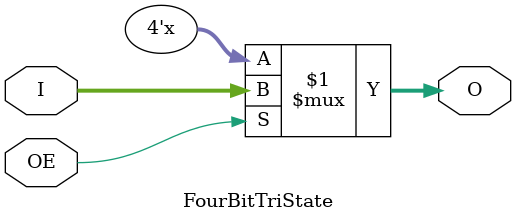
<source format=v>
`timescale 1ns / 1ps
module FourBitTriState(
    input [3:0] I,
    input OE,
    output [3:0] O
    );

    assign O=OE?I:4'bzzzz;
endmodule










</source>
